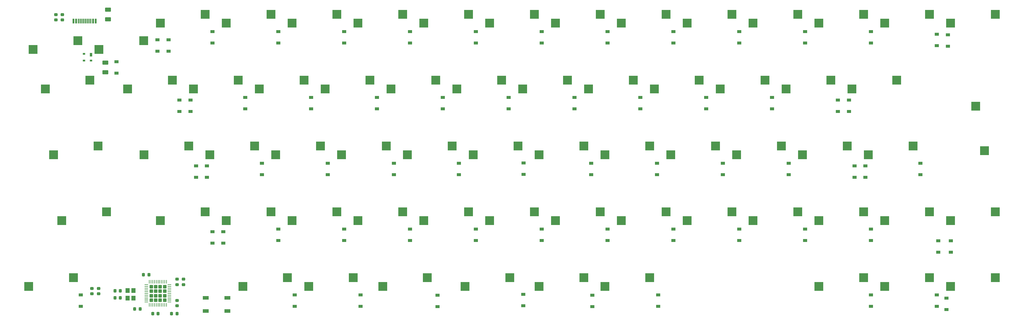
<source format=gbr>
%TF.GenerationSoftware,KiCad,Pcbnew,(6.0.11)*%
%TF.CreationDate,2023-03-31T22:52:28+09:00*%
%TF.ProjectId,KiCad_KMKB-JP_Poker,4b694361-645f-44b4-9d4b-422d4a505f50,rev?*%
%TF.SameCoordinates,Original*%
%TF.FileFunction,Paste,Bot*%
%TF.FilePolarity,Positive*%
%FSLAX46Y46*%
G04 Gerber Fmt 4.6, Leading zero omitted, Abs format (unit mm)*
G04 Created by KiCad (PCBNEW (6.0.11)) date 2023-03-31 22:52:28*
%MOMM*%
%LPD*%
G01*
G04 APERTURE LIST*
G04 Aperture macros list*
%AMRoundRect*
0 Rectangle with rounded corners*
0 $1 Rounding radius*
0 $2 $3 $4 $5 $6 $7 $8 $9 X,Y pos of 4 corners*
0 Add a 4 corners polygon primitive as box body*
4,1,4,$2,$3,$4,$5,$6,$7,$8,$9,$2,$3,0*
0 Add four circle primitives for the rounded corners*
1,1,$1+$1,$2,$3*
1,1,$1+$1,$4,$5*
1,1,$1+$1,$6,$7*
1,1,$1+$1,$8,$9*
0 Add four rect primitives between the rounded corners*
20,1,$1+$1,$2,$3,$4,$5,0*
20,1,$1+$1,$4,$5,$6,$7,0*
20,1,$1+$1,$6,$7,$8,$9,0*
20,1,$1+$1,$8,$9,$2,$3,0*%
G04 Aperture macros list end*
%ADD10R,2.550000X2.500000*%
%ADD11R,1.200000X0.900000*%
%ADD12RoundRect,0.218750X0.256250X-0.218750X0.256250X0.218750X-0.256250X0.218750X-0.256250X-0.218750X0*%
%ADD13RoundRect,0.218750X0.218750X0.256250X-0.218750X0.256250X-0.218750X-0.256250X0.218750X-0.256250X0*%
%ADD14RoundRect,0.218750X-0.218750X-0.256250X0.218750X-0.256250X0.218750X0.256250X-0.218750X0.256250X0*%
%ADD15R,1.700000X1.000000*%
%ADD16RoundRect,0.250000X-0.625000X0.375000X-0.625000X-0.375000X0.625000X-0.375000X0.625000X0.375000X0*%
%ADD17R,0.700000X1.000000*%
%ADD18R,0.700000X0.600000*%
%ADD19R,0.600000X1.450000*%
%ADD20R,0.300000X1.450000*%
%ADD21RoundRect,0.250000X0.275000X-0.275000X0.275000X0.275000X-0.275000X0.275000X-0.275000X-0.275000X0*%
%ADD22RoundRect,0.062500X0.062500X-0.475000X0.062500X0.475000X-0.062500X0.475000X-0.062500X-0.475000X0*%
%ADD23RoundRect,0.062500X0.475000X-0.062500X0.475000X0.062500X-0.475000X0.062500X-0.475000X-0.062500X0*%
%ADD24R,1.200000X1.400000*%
%ADD25RoundRect,0.218750X-0.256250X0.218750X-0.256250X-0.218750X0.256250X-0.218750X0.256250X0.218750X0*%
G04 APERTURE END LIST*
D10*
%TO.C,K_.1*%
X317558750Y-236378750D03*
X330485750Y-233838750D03*
%TD*%
%TO.C,K_\u002C1*%
X298508750Y-236378750D03*
X311435750Y-233838750D03*
%TD*%
%TO.C,K_#1*%
X160278750Y-184308750D03*
X147351750Y-186848750D03*
%TD*%
%TO.C,K_#2*%
X165158750Y-179228750D03*
X178085750Y-176688750D03*
%TD*%
%TO.C,K_#3*%
X184208750Y-179228750D03*
X197135750Y-176688750D03*
%TD*%
%TO.C,K_#4*%
X203258750Y-179228750D03*
X216185750Y-176688750D03*
%TD*%
%TO.C,K_#5*%
X222308750Y-179228750D03*
X235235750Y-176688750D03*
%TD*%
%TO.C,K_#6*%
X241358750Y-179228750D03*
X254285750Y-176688750D03*
%TD*%
%TO.C,K_#7*%
X260408750Y-179228750D03*
X273335750Y-176688750D03*
%TD*%
%TO.C,K_#8*%
X279458750Y-179228750D03*
X292385750Y-176688750D03*
%TD*%
%TO.C,K_#9*%
X298508750Y-179228750D03*
X311435750Y-176688750D03*
%TD*%
%TO.C,K_#0_1*%
X317558750Y-179228750D03*
X330485750Y-176688750D03*
%TD*%
%TO.C,K_:1*%
X350896250Y-217328750D03*
X363823250Y-214788750D03*
%TD*%
%TO.C,K_-1*%
X336608750Y-179228750D03*
X349535750Y-176688750D03*
%TD*%
%TO.C,K_/1*%
X336608750Y-236378750D03*
X349535750Y-233838750D03*
%TD*%
%TO.C,K_;1*%
X331846250Y-217328750D03*
X344773250Y-214788750D03*
%TD*%
%TO.C,K_@1*%
X346133750Y-198278750D03*
X359060750Y-195738750D03*
%TD*%
%TO.C,K_]1*%
X369946250Y-217328750D03*
X382873250Y-214788750D03*
%TD*%
%TO.C,K_[1*%
X365183750Y-198278750D03*
X378110750Y-195738750D03*
%TD*%
%TO.C,K_A1*%
X160396250Y-217328750D03*
X173323250Y-214788750D03*
%TD*%
%TO.C,K_B1*%
X241358750Y-236378750D03*
X254285750Y-233838750D03*
%TD*%
%TO.C,K_YEN1*%
X374708750Y-179228750D03*
X387635750Y-176688750D03*
%TD*%
%TO.C,K_C1*%
X203258750Y-236378750D03*
X216185750Y-233838750D03*
%TD*%
%TO.C,K_D1*%
X198496250Y-217328750D03*
X211423250Y-214788750D03*
%TD*%
%TO.C,K_E1*%
X193733750Y-198278750D03*
X206660750Y-195738750D03*
%TD*%
%TO.C,K_ENTER1*%
X401002500Y-203258750D03*
X403542500Y-216185750D03*
%TD*%
%TO.C,K_F1*%
X217546250Y-217328750D03*
X230473250Y-214788750D03*
%TD*%
%TO.C,K_G1*%
X236596250Y-217328750D03*
X249523250Y-214788750D03*
%TD*%
%TO.C,K_ESC1*%
X141228750Y-184308750D03*
X128301750Y-186848750D03*
%TD*%
%TO.C,K_H1*%
X255646250Y-217328750D03*
X268573250Y-214788750D03*
%TD*%
%TO.C,K_I1*%
X288983750Y-198278750D03*
X301910750Y-195738750D03*
%TD*%
%TO.C,K_J1*%
X274696250Y-217328750D03*
X287623250Y-214788750D03*
%TD*%
%TO.C,K_K1*%
X293746250Y-217328750D03*
X306673250Y-214788750D03*
%TD*%
%TO.C,K_L1*%
X312796250Y-217328750D03*
X325723250Y-214788750D03*
%TD*%
%TO.C,K_LALT1*%
X188971250Y-255428750D03*
X201898250Y-252888750D03*
%TD*%
%TO.C,K_LCTRL1*%
X127058750Y-255428750D03*
X139985750Y-252888750D03*
%TD*%
%TO.C,K_LSFT1*%
X136583750Y-236378750D03*
X149510750Y-233838750D03*
%TD*%
%TO.C,K_M1*%
X279458750Y-236378750D03*
X292385750Y-233838750D03*
%TD*%
%TO.C,K_N1*%
X260408750Y-236378750D03*
X273335750Y-233838750D03*
%TD*%
%TO.C,K_O1*%
X308033750Y-198278750D03*
X320960750Y-195738750D03*
%TD*%
%TO.C,K_P1*%
X327083750Y-198278750D03*
X340010750Y-195738750D03*
%TD*%
%TO.C,K_R1*%
X212783750Y-198278750D03*
X225710750Y-195738750D03*
%TD*%
%TO.C,K_LEFT1*%
X355658750Y-255428750D03*
X368585750Y-252888750D03*
%TD*%
%TO.C,K_RIGHT1*%
X393758750Y-255428750D03*
X406685750Y-252888750D03*
%TD*%
%TO.C,K_RSFT1*%
X393758750Y-236378750D03*
X406685750Y-233838750D03*
%TD*%
%TO.C,K_S1*%
X179446250Y-217328750D03*
X192373250Y-214788750D03*
%TD*%
%TO.C,K_T1*%
X231833750Y-198278750D03*
X244760750Y-195738750D03*
%TD*%
%TO.C,K_TAB1*%
X131821250Y-198278750D03*
X144748250Y-195738750D03*
%TD*%
%TO.C,K_U1*%
X269933750Y-198278750D03*
X282860750Y-195738750D03*
%TD*%
%TO.C,K_V1*%
X222308750Y-236378750D03*
X235235750Y-233838750D03*
%TD*%
%TO.C,K_X1*%
X184208750Y-236378750D03*
X197135750Y-233838750D03*
%TD*%
%TO.C,K_Y1*%
X250883750Y-198278750D03*
X263810750Y-195738750D03*
%TD*%
%TO.C,K_Z1*%
X165158750Y-236378750D03*
X178085750Y-233838750D03*
%TD*%
%TO.C,K_DOWN1*%
X374708750Y-255428750D03*
X387635750Y-252888750D03*
%TD*%
%TO.C,K_BKSL1*%
X355658750Y-236378750D03*
X368585750Y-233838750D03*
%TD*%
%TO.C,K_BKSPC1*%
X393758750Y-179228750D03*
X406685750Y-176688750D03*
%TD*%
%TO.C,K_W1*%
X174683750Y-198278750D03*
X187610750Y-195738750D03*
%TD*%
%TO.C,K_Q1*%
X155633750Y-198278750D03*
X168560750Y-195738750D03*
%TD*%
%TO.C,K_CAPS1*%
X134202500Y-217328750D03*
X147129500Y-214788750D03*
%TD*%
%TO.C,K_NHENK1*%
X208021250Y-255428750D03*
X220948250Y-252888750D03*
%TD*%
%TO.C,K_=1*%
X355658750Y-179228750D03*
X368585750Y-176688750D03*
%TD*%
%TO.C,K_HENK1*%
X274696250Y-255428750D03*
X287623250Y-252888750D03*
%TD*%
%TO.C,K_WIN1*%
X293746250Y-255428750D03*
X306673250Y-252888750D03*
%TD*%
%TO.C,K_UP1*%
X374708750Y-236378750D03*
X387635750Y-233838750D03*
%TD*%
%TO.C,K_RSPACE1*%
X253265000Y-255428750D03*
X266192000Y-252888750D03*
%TD*%
%TO.C,K_LSPACE1*%
X229452500Y-255428750D03*
X242379500Y-252888750D03*
%TD*%
D11*
%TO.C,D2*%
X164306250Y-187387500D03*
X164306250Y-184087500D03*
%TD*%
%TO.C,D3*%
X170656250Y-204850000D03*
X170656250Y-201550000D03*
%TD*%
%TO.C,D4*%
X175418750Y-223900000D03*
X175418750Y-220600000D03*
%TD*%
%TO.C,D5*%
X180181250Y-242950000D03*
X180181250Y-239650000D03*
%TD*%
%TO.C,D6*%
X142081250Y-261206250D03*
X142081250Y-257906250D03*
%TD*%
%TO.C,D8*%
X173831250Y-204850000D03*
X173831250Y-201550000D03*
%TD*%
%TO.C,D11*%
X180181250Y-185006250D03*
X180181250Y-181706250D03*
%TD*%
%TO.C,D13*%
X194468750Y-223106250D03*
X194468750Y-219806250D03*
%TD*%
%TO.C,D10*%
X183356250Y-242950000D03*
X183356250Y-239650000D03*
%TD*%
%TO.C,D15*%
X203993750Y-261206250D03*
X203993750Y-257906250D03*
%TD*%
%TO.C,D16*%
X199231250Y-185006250D03*
X199231250Y-181706250D03*
%TD*%
%TO.C,D17*%
X208756250Y-204056250D03*
X208756250Y-200756250D03*
%TD*%
%TO.C,D18*%
X213518750Y-223106250D03*
X213518750Y-219806250D03*
%TD*%
%TO.C,D14*%
X199231250Y-242156250D03*
X199231250Y-238856250D03*
%TD*%
%TO.C,D21*%
X218281250Y-185006250D03*
X218281250Y-181706250D03*
%TD*%
%TO.C,D22*%
X227806250Y-204056250D03*
X227806250Y-200756250D03*
%TD*%
%TO.C,D23*%
X232664000Y-223138000D03*
X232664000Y-219838000D03*
%TD*%
%TO.C,D19*%
X218281250Y-242156250D03*
X218281250Y-238856250D03*
%TD*%
%TO.C,D26*%
X237331250Y-185006250D03*
X237331250Y-181706250D03*
%TD*%
%TO.C,D27*%
X246856250Y-204056250D03*
X246856250Y-200756250D03*
%TD*%
%TO.C,D24*%
X237331250Y-242156250D03*
X237331250Y-238856250D03*
%TD*%
%TO.C,D32*%
X256381250Y-185006250D03*
X256381250Y-181706250D03*
%TD*%
%TO.C,D33*%
X265906250Y-204056250D03*
X265906250Y-200756250D03*
%TD*%
%TO.C,D34*%
X270183000Y-223061000D03*
X270183000Y-219761000D03*
%TD*%
%TO.C,D29*%
X256381250Y-242156250D03*
X256381250Y-238856250D03*
%TD*%
%TO.C,D37*%
X275431250Y-185006250D03*
X275431250Y-181706250D03*
%TD*%
%TO.C,D38*%
X284956250Y-204056250D03*
X284956250Y-200756250D03*
%TD*%
%TO.C,D39*%
X289718750Y-223106250D03*
X289718750Y-219806250D03*
%TD*%
%TO.C,D35*%
X275431250Y-242156250D03*
X275431250Y-238856250D03*
%TD*%
%TO.C,D41*%
X294481250Y-185006250D03*
X294481250Y-181706250D03*
%TD*%
%TO.C,D42*%
X304006250Y-204056250D03*
X304006250Y-200756250D03*
%TD*%
%TO.C,D43*%
X308768750Y-223106250D03*
X308768750Y-219806250D03*
%TD*%
%TO.C,D40*%
X294481250Y-242156250D03*
X294481250Y-238856250D03*
%TD*%
%TO.C,D45*%
X313531250Y-185006250D03*
X313531250Y-181706250D03*
%TD*%
%TO.C,D46*%
X323056250Y-204056250D03*
X323056250Y-200756250D03*
%TD*%
%TO.C,D47*%
X327818750Y-223106250D03*
X327818750Y-219806250D03*
%TD*%
%TO.C,D44*%
X313531250Y-242156250D03*
X313531250Y-238856250D03*
%TD*%
%TO.C,D49*%
X332581250Y-185006250D03*
X332581250Y-181706250D03*
%TD*%
%TO.C,D50*%
X342106250Y-204056250D03*
X342106250Y-200756250D03*
%TD*%
%TO.C,D51*%
X346868750Y-223106250D03*
X346868750Y-219806250D03*
%TD*%
%TO.C,D48*%
X332581250Y-242156250D03*
X332581250Y-238856250D03*
%TD*%
%TO.C,D53*%
X351631250Y-185006250D03*
X351631250Y-181706250D03*
%TD*%
%TO.C,D54*%
X361156250Y-204850000D03*
X361156250Y-201550000D03*
%TD*%
%TO.C,D55*%
X365918750Y-223900000D03*
X365918750Y-220600000D03*
%TD*%
%TO.C,D52*%
X351631250Y-242156250D03*
X351631250Y-238856250D03*
%TD*%
%TO.C,D57*%
X370681250Y-261206250D03*
X370681250Y-257906250D03*
%TD*%
%TO.C,D59*%
X364331250Y-204850000D03*
X364331250Y-201550000D03*
%TD*%
%TO.C,D66*%
X393843750Y-245568750D03*
X393843750Y-242268750D03*
%TD*%
%TO.C,D60*%
X384968750Y-223106250D03*
X384968750Y-219806250D03*
%TD*%
%TO.C,D65*%
X369093750Y-223900000D03*
X369093750Y-220600000D03*
%TD*%
%TO.C,D67*%
X392509375Y-262156250D03*
X392509375Y-258856250D03*
%TD*%
%TO.C,D63*%
X389731250Y-185800000D03*
X389731250Y-182500000D03*
%TD*%
%TO.C,D58*%
X370681250Y-185006250D03*
X370681250Y-181706250D03*
%TD*%
%TO.C,D64*%
X392938000Y-185900000D03*
X392938000Y-182600000D03*
%TD*%
%TO.C,D56*%
X370681250Y-242156250D03*
X370681250Y-238856250D03*
%TD*%
%TO.C,D62*%
X389731250Y-261206250D03*
X389731250Y-257906250D03*
%TD*%
D12*
%TO.C,R6*%
X171823875Y-254905750D03*
X171823875Y-253330750D03*
%TD*%
D13*
%TO.C,C4*%
X161816375Y-252022750D03*
X160241375Y-252022750D03*
%TD*%
D14*
%TO.C,R3*%
X168382075Y-263332100D03*
X169957075Y-263332100D03*
%TD*%
D15*
%TO.C,SW1*%
X178214750Y-258732000D03*
X184514750Y-258732000D03*
X184514750Y-262532000D03*
X178214750Y-262532000D03*
%TD*%
D11*
%TO.C,D12*%
X189706250Y-204056250D03*
X189706250Y-200756250D03*
%TD*%
%TO.C,D20*%
X223043750Y-261206250D03*
X223043750Y-257906250D03*
%TD*%
%TO.C,D28*%
X251460000Y-223138000D03*
X251460000Y-219838000D03*
%TD*%
%TO.C,D9*%
X178593750Y-223900000D03*
X178593750Y-220600000D03*
%TD*%
%TO.C,D1*%
X152400000Y-193737500D03*
X152400000Y-190437500D03*
%TD*%
D16*
%TO.C,F1*%
X149225000Y-190687500D03*
X149225000Y-193487500D03*
%TD*%
%TO.C,L1*%
X149987000Y-175384000D03*
X149987000Y-178184000D03*
%TD*%
D12*
%TO.C,R4*%
X134874000Y-178333500D03*
X134874000Y-176758500D03*
%TD*%
%TO.C,R5*%
X136779000Y-178333500D03*
X136779000Y-176758500D03*
%TD*%
D17*
%TO.C,U2*%
X145018000Y-188353000D03*
D18*
X145018000Y-190053000D03*
X143018000Y-190053000D03*
X143018000Y-188153000D03*
%TD*%
D19*
%TO.C,USB1*%
X139967500Y-178662400D03*
X140742500Y-178662400D03*
D20*
X141442500Y-178662400D03*
X141942500Y-178662400D03*
X142442500Y-178662400D03*
X142942500Y-178662400D03*
X143442500Y-178662400D03*
X143942500Y-178662400D03*
X144442500Y-178662400D03*
X144942500Y-178662400D03*
D19*
X145642500Y-178662400D03*
X146417500Y-178662400D03*
%TD*%
D21*
%TO.C,U1*%
X162459375Y-256818750D03*
X163759375Y-259418750D03*
X166359375Y-256818750D03*
X166359375Y-255518750D03*
X165059375Y-255518750D03*
X163759375Y-258118750D03*
X162459375Y-259418750D03*
X163759375Y-255518750D03*
X165059375Y-259418750D03*
X165059375Y-256818750D03*
X163759375Y-256818750D03*
X162459375Y-258118750D03*
X166359375Y-258118750D03*
X165059375Y-258118750D03*
X166359375Y-259418750D03*
X162459375Y-255518750D03*
D22*
X166909375Y-260806250D03*
X166409375Y-260806250D03*
X165909375Y-260806250D03*
X165409375Y-260806250D03*
X164909375Y-260806250D03*
X164409375Y-260806250D03*
X163909375Y-260806250D03*
X163409375Y-260806250D03*
X162909375Y-260806250D03*
X162409375Y-260806250D03*
X161909375Y-260806250D03*
D23*
X161071875Y-259968750D03*
X161071875Y-259468750D03*
X161071875Y-258968750D03*
X161071875Y-258468750D03*
X161071875Y-257968750D03*
X161071875Y-257468750D03*
X161071875Y-256968750D03*
X161071875Y-256468750D03*
X161071875Y-255968750D03*
X161071875Y-255468750D03*
X161071875Y-254968750D03*
D22*
X161909375Y-254131250D03*
X162409375Y-254131250D03*
X162909375Y-254131250D03*
X163409375Y-254131250D03*
X163909375Y-254131250D03*
X164409375Y-254131250D03*
X164909375Y-254131250D03*
X165409375Y-254131250D03*
X165909375Y-254131250D03*
X166409375Y-254131250D03*
X166909375Y-254131250D03*
D23*
X167746875Y-254968750D03*
X167746875Y-255468750D03*
X167746875Y-255968750D03*
X167746875Y-256468750D03*
X167746875Y-256968750D03*
X167746875Y-257468750D03*
X167746875Y-257968750D03*
X167746875Y-258468750D03*
X167746875Y-258968750D03*
X167746875Y-259468750D03*
X167746875Y-259968750D03*
%TD*%
D24*
%TO.C,Y1*%
X157306875Y-256637750D03*
X157306875Y-258837750D03*
X155606875Y-258837750D03*
X155606875Y-256637750D03*
%TD*%
D13*
%TO.C,C2*%
X153561375Y-258753750D03*
X151986375Y-258753750D03*
%TD*%
D12*
%TO.C,C7*%
X169918875Y-261065250D03*
X169918875Y-259490250D03*
%TD*%
D25*
%TO.C,C5*%
X169918875Y-253330750D03*
X169918875Y-254905750D03*
%TD*%
D13*
%TO.C,C3*%
X164483375Y-263325750D03*
X162908375Y-263325750D03*
%TD*%
%TO.C,C6*%
X159276375Y-261928750D03*
X157701375Y-261928750D03*
%TD*%
%TO.C,C1*%
X153561375Y-256721750D03*
X151986375Y-256721750D03*
%TD*%
D11*
%TO.C,D7*%
X167481250Y-187387500D03*
X167481250Y-184087500D03*
%TD*%
D12*
%TO.C,R1*%
X147236336Y-257576164D03*
X147236336Y-256001164D03*
%TD*%
%TO.C,R2*%
X145299586Y-257576164D03*
X145299586Y-256001164D03*
%TD*%
D11*
%TO.C,D61*%
X390128125Y-245568750D03*
X390128125Y-242268750D03*
%TD*%
%TO.C,D25*%
X245268750Y-261268750D03*
X245268750Y-257968750D03*
%TD*%
%TO.C,D36*%
X309165625Y-261200000D03*
X309165625Y-257900000D03*
%TD*%
%TO.C,D31*%
X290075000Y-261281250D03*
X290075000Y-257981250D03*
%TD*%
%TO.C,D30*%
X270075000Y-261000000D03*
X270075000Y-257700000D03*
%TD*%
M02*

</source>
